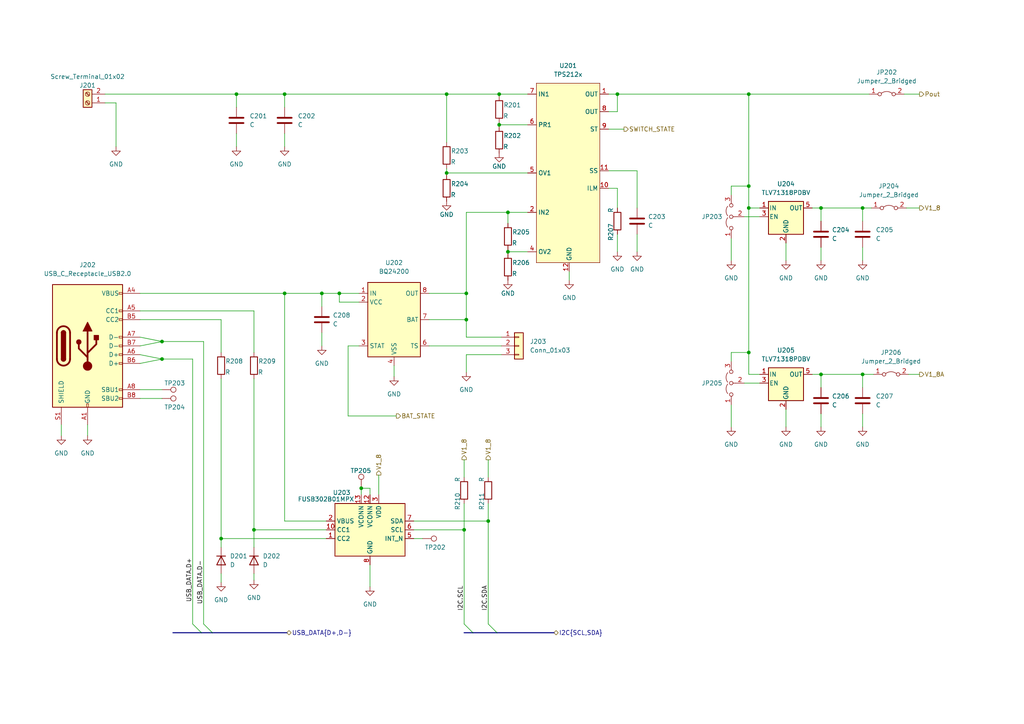
<source format=kicad_sch>
(kicad_sch (version 20211123) (generator eeschema)
  (paper "A4")
  (lib_symbols
    (symbol "Connector:Screw_Terminal_01x02" (pin_names (offset 1.016) hide)
      (property "Reference" "J201" (at 0 -5.08 0))
      (property "Value" "Screw_Terminal_01x02" (at 0 -7.62 0))
      (symbol "Screw_Terminal_01x02_1_1"
        (rectangle (start -1.27 1.27) (end 1.27 -3.81) (stroke (width 0.254)) (fill (type background)))
        (circle (center 0 -2.54) (radius 0.635) (stroke (width 0.1524)))
        (polyline (pts (xy -0.5334 -2.2098) (xy 0.3302 -3.048)) (stroke (width 0.1524)))
        (polyline (pts (xy -0.5334 0.3302) (xy 0.3302 -0.508)) (stroke (width 0.1524)))
        (polyline (pts (xy -0.3556 -2.032) (xy 0.508 -2.8702)) (stroke (width 0.1524)))
        (polyline (pts (xy -0.3556 0.508) (xy 0.508 -0.3302)) (stroke (width 0.1524)))
        (circle (center 0 0) (radius 0.635) (stroke (width 0.1524)))
        (pin power_out line (at -5.08 0 0) (length 3.81) (name "Pin_1") (number "1"))
        (pin power_out line (at -5.08 -2.54 0) (length 3.81) (name "Pin_2") (number "2"))
      )
    )
    (symbol "Connector:TestPoint" (pin_numbers hide) (pin_names (offset 0.762) hide)
      (property "Reference" "TP" (at 0 6.858 0))
      (property "Value" "TestPoint" (at 0 5.08 0))
      (symbol "TestPoint_0_1"
        (circle (center 0 3.302) (radius 0.762))
      )
      (symbol "TestPoint_1_1"
        (pin passive line (at 0 0 90) (length 2.54) (name "1") (number "1"))
      )
    )
    (symbol "Connector:USB_C_Receptacle_USB2.0" (pin_names (offset 1.016))
      (property "Reference" "J202" (at 0 23.495 0))
      (property "Value" "USB_C_Receptacle_USB2.0" (at 0 20.955 0))
      (symbol "USB_C_Receptacle_USB2.0_0_0"
        (rectangle (start -0.254 -17.78) (end 0.254 -16.764))
        (rectangle (start 10.16 -14.986) (end 9.144 -15.494))
        (rectangle (start 10.16 -12.446) (end 9.144 -12.954))
        (rectangle (start 10.16 -4.826) (end 9.144 -5.334))
        (rectangle (start 10.16 -2.286) (end 9.144 -2.794))
        (rectangle (start 10.16 0.254) (end 9.144 -0.254))
        (rectangle (start 10.16 2.794) (end 9.144 2.286))
        (rectangle (start 10.16 7.874) (end 9.144 7.366))
        (rectangle (start 10.16 10.414) (end 9.144 9.906))
        (rectangle (start 10.16 15.494) (end 9.144 14.986))
      )
      (symbol "USB_C_Receptacle_USB2.0_0_1"
        (rectangle (start -10.16 17.78) (end 10.16 -17.78) (stroke (width 0.254)) (fill (type background)))
        (arc (start -8.89 -3.81) (mid -6.985 -5.715) (end -5.08 -3.81) (stroke (width 0.508)))
        (arc (start -7.62 -3.81) (mid -6.985 -4.445) (end -6.35 -3.81) (stroke (width 0.254)))
        (arc (start -7.62 -3.81) (mid -6.985 -4.445) (end -6.35 -3.81) (stroke (width 0.254)) (fill (type outline)))
        (rectangle (start -7.62 -3.81) (end -6.35 3.81) (stroke (width 0.254)) (fill (type outline)))
        (arc (start -6.35 3.81) (mid -6.985 4.445) (end -7.62 3.81) (stroke (width 0.254)))
        (arc (start -6.35 3.81) (mid -6.985 4.445) (end -7.62 3.81) (stroke (width 0.254)) (fill (type outline)))
        (arc (start -5.08 3.81) (mid -6.985 5.715) (end -8.89 3.81) (stroke (width 0.508)))
        (circle (center -2.54 1.143) (radius 0.635) (stroke (width 0.254)) (fill (type outline)))
        (circle (center 0 -5.842) (radius 1.27) (fill (type outline)))
        (polyline (pts (xy -8.89 -3.81) (xy -8.89 3.81)) (stroke (width 0.508)))
        (polyline (pts (xy -5.08 3.81) (xy -5.08 -3.81)) (stroke (width 0.508)))
        (polyline (pts (xy 0 -5.842) (xy 0 4.318)) (stroke (width 0.508)))
        (polyline (pts (xy 0 -3.302) (xy -2.54 -0.762) (xy -2.54 0.508)) (stroke (width 0.508)))
        (polyline (pts (xy 0 -2.032) (xy 2.54 0.508) (xy 2.54 1.778)) (stroke (width 0.508)))
        (polyline (pts (xy -1.27 4.318) (xy 0 6.858) (xy 1.27 4.318) (xy -1.27 4.318)) (stroke (width 0.254)) (fill (type outline)))
        (rectangle (start 1.905 1.778) (end 3.175 3.048) (stroke (width 0.254)) (fill (type outline)))
      )
      (symbol "USB_C_Receptacle_USB2.0_1_1"
        (pin passive line (at 0 -22.86 90) (length 5.08) (name "GND") (number "A1"))
        (pin passive line (at 0 -22.86 90) (length 5.08) hide (name "GND") (number "A12"))
        (pin power_out line (at 15.24 15.24 180) (length 5.08) (name "VBUS") (number "A4"))
        (pin bidirectional line (at 15.24 10.16 180) (length 5.08) (name "CC1") (number "A5"))
        (pin bidirectional line (at 15.24 -2.54 180) (length 5.08) (name "D+") (number "A6"))
        (pin bidirectional line (at 15.24 2.54 180) (length 5.08) (name "D-") (number "A7"))
        (pin bidirectional line (at 15.24 -12.7 180) (length 5.08) (name "SBU1") (number "A8"))
        (pin passive line (at 15.24 15.24 180) (length 5.08) hide (name "VBUS") (number "A9"))
        (pin passive line (at 0 -22.86 90) (length 5.08) hide (name "GND") (number "B1"))
        (pin passive line (at 0 -22.86 90) (length 5.08) hide (name "GND") (number "B12"))
        (pin passive line (at 15.24 15.24 180) (length 5.08) hide (name "VBUS") (number "B4"))
        (pin bidirectional line (at 15.24 7.62 180) (length 5.08) (name "CC2") (number "B5"))
        (pin bidirectional line (at 15.24 -5.08 180) (length 5.08) (name "D+") (number "B6"))
        (pin bidirectional line (at 15.24 0 180) (length 5.08) (name "D-") (number "B7"))
        (pin bidirectional line (at 15.24 -15.24 180) (length 5.08) (name "SBU2") (number "B8"))
        (pin passive line (at 15.24 15.24 180) (length 5.08) hide (name "VBUS") (number "B9"))
        (pin passive line (at -7.62 -22.86 90) (length 5.08) (name "SHIELD") (number "S1"))
      )
    )
    (symbol "Connector_Generic:Conn_01x03" (pin_names (offset 1.016) hide)
      (property "Reference" "J" (at 0 5.08 0))
      (property "Value" "Conn_01x03" (at 0 -5.08 0))
      (symbol "Conn_01x03_1_1"
        (rectangle (start -1.27 -2.413) (end 0 -2.667) (stroke (width 0.1524)))
        (rectangle (start -1.27 0.127) (end 0 -0.127) (stroke (width 0.1524)))
        (rectangle (start -1.27 2.667) (end 0 2.413) (stroke (width 0.1524)))
        (rectangle (start -1.27 3.81) (end 1.27 -3.81) (stroke (width 0.254)) (fill (type background)))
        (pin passive line (at -5.08 2.54 0) (length 3.81) (name "Pin_1") (number "1"))
        (pin passive line (at -5.08 0 0) (length 3.81) (name "Pin_2") (number "2"))
        (pin passive line (at -5.08 -2.54 0) (length 3.81) (name "Pin_3") (number "3"))
      )
    )
    (symbol "Device:C" (pin_numbers hide) (pin_names (offset 0.254))
      (property "Reference" "C" (at 0.635 2.54 0))
      (property "Value" "C" (at 0.635 -2.54 0))
      (symbol "C_0_1"
        (polyline (pts (xy -2.032 -0.762) (xy 2.032 -0.762)) (stroke (width 0.508)))
        (polyline (pts (xy -2.032 0.762) (xy 2.032 0.762)) (stroke (width 0.508)))
      )
      (symbol "C_1_1"
        (pin passive line (at 0 3.81 270) (length 2.794) (name "~") (number "1"))
        (pin passive line (at 0 -3.81 90) (length 2.794) (name "~") (number "2"))
      )
    )
    (symbol "Device:D" (pin_numbers hide) (pin_names (offset 1.016) hide)
      (property "Reference" "D" (at 0 2.54 0))
      (property "Value" "D" (at 0 -2.54 0))
      (symbol "D_0_1"
        (polyline (pts (xy -1.27 1.27) (xy -1.27 -1.27)) (stroke (width 0.254)))
        (polyline (pts (xy 1.27 0) (xy -1.27 0)))
        (polyline (pts (xy 1.27 1.27) (xy 1.27 -1.27) (xy -1.27 0) (xy 1.27 1.27)) (stroke (width 0.254)))
      )
      (symbol "D_1_1"
        (pin passive line (at -3.81 0 0) (length 2.54) (name "K") (number "1"))
        (pin passive line (at 3.81 0 180) (length 2.54) (name "A") (number "2"))
      )
    )
    (symbol "Device:R" (pin_numbers hide) (pin_names (offset 0))
      (property "Reference" "R" (at 2.032 0 90))
      (property "Value" "R" (at 0 0 90))
      (symbol "R_0_1"
        (rectangle (start -1.016 -2.54) (end 1.016 2.54) (stroke (width 0.254)))
      )
      (symbol "R_1_1"
        (pin passive line (at 0 3.81 270) (length 1.27) (name "~") (number "1"))
        (pin passive line (at 0 -3.81 90) (length 1.27) (name "~") (number "2"))
      )
    )
    (symbol "Interface_USB:FUSB302B01MPX"
      (property "Reference" "U" (at -10.16 8.89 0))
      (property "Value" "FUSB302B01MPX" (at 3.81 8.89 0))
      (symbol "FUSB302B01MPX_0_1"
        (rectangle (start -10.16 7.62) (end 10.16 -7.62) (stroke (width 0.254)) (fill (type background)))
      )
      (symbol "FUSB302B01MPX_1_1"
        (pin bidirectional line (at 12.7 -2.54 180) (length 2.54) (name "CC2") (number "1"))
        (pin bidirectional line (at 12.7 0 180) (length 2.54) (name "CC1") (number "10"))
        (pin bidirectional line (at 12.7 0 180) (length 2.54) hide (name "CC1") (number "11"))
        (pin power_in line (at 0 10.16 270) (length 2.54) (name "VCONN") (number "12"))
        (pin power_in line (at 2.54 10.16 270) (length 2.54) (name "VCONN") (number "13"))
        (pin bidirectional line (at 12.7 -2.54 180) (length 2.54) hide (name "CC2") (number "14"))
        (pin passive line (at 0 -10.16 90) (length 2.54) hide (name "GND") (number "15"))
        (pin input line (at 12.7 2.54 180) (length 2.54) (name "VBUS") (number "2"))
        (pin power_in line (at -2.54 10.16 270) (length 2.54) (name "VDD") (number "3"))
        (pin passive line (at -2.54 10.16 270) (length 2.54) hide (name "VDD") (number "4"))
        (pin open_collector line (at -12.7 -2.54 0) (length 2.54) (name "INT_N") (number "5"))
        (pin input line (at -12.7 0 0) (length 2.54) (name "SCL") (number "6"))
        (pin bidirectional line (at -12.7 2.54 0) (length 2.54) (name "SDA") (number "7"))
        (pin power_in line (at 0 -10.16 90) (length 2.54) (name "GND") (number "8"))
        (pin passive line (at 0 -10.16 90) (length 2.54) hide (name "GND") (number "9"))
      )
    )
    (symbol "Jumper:Jumper_2_Bridged" (pin_names (offset 0) hide)
      (property "Reference" "JP206" (at 0 6.35 0))
      (property "Value" "Jumper_2_Bridged" (at 0 3.81 0))
      (symbol "Jumper_2_Bridged_0_0"
        (circle (center -2.032 0) (radius 0.508))
        (circle (center 2.032 0) (radius 0.508))
      )
      (symbol "Jumper_2_Bridged_0_1"
        (arc (start 1.524 0.254) (mid 0 0.762) (end -1.524 0.254))
      )
      (symbol "Jumper_2_Bridged_1_1"
        (pin passive line (at -5.08 0 0) (length 2.54) (name "A") (number "1"))
        (pin power_out line (at 5.08 0 180) (length 2.54) (name "B") (number "2"))
      )
    )
    (symbol "Jumper:Jumper_3_Open" (pin_names (offset 0) hide)
      (property "Reference" "JP" (at -2.54 -2.54 0))
      (property "Value" "Jumper_3_Open" (at 0 2.794 0))
      (symbol "Jumper_3_Open_0_0"
        (circle (center -3.302 0) (radius 0.508))
        (circle (center 0 0) (radius 0.508))
        (circle (center 3.302 0) (radius 0.508))
      )
      (symbol "Jumper_3_Open_0_1"
        (arc (start -0.254 1.016) (mid -1.651 1.4992) (end -3.048 1.016))
        (polyline (pts (xy 0 -0.508) (xy 0 -1.27)))
        (arc (start 3.048 1.016) (mid 1.651 1.4992) (end 0.254 1.016))
      )
      (symbol "Jumper_3_Open_1_1"
        (pin passive line (at -6.35 0 0) (length 2.54) (name "A") (number "1"))
        (pin passive line (at 0 -3.81 90) (length 2.54) (name "C") (number "2"))
        (pin passive line (at 6.35 0 180) (length 2.54) (name "B") (number "3"))
      )
    )
    (symbol "Jumper_2_Bridged_1" (pin_names (offset 0) hide)
      (property "Reference" "JP202" (at 0 6.35 0))
      (property "Value" "Jumper_2_Bridged_1" (at 0 3.81 0))
      (symbol "Jumper_2_Bridged_1_0_0"
        (circle (center -2.032 0) (radius 0.508))
        (circle (center 2.032 0) (radius 0.508))
      )
      (symbol "Jumper_2_Bridged_1_0_1"
        (arc (start 1.524 0.254) (mid 0 0.762) (end -1.524 0.254))
      )
      (symbol "Jumper_2_Bridged_1_1_1"
        (pin passive line (at -5.08 0 0) (length 2.54) (name "A") (number "1"))
        (pin power_out line (at 5.08 0 180) (length 2.54) (name "B") (number "2"))
      )
    )
    (symbol "Jumper_2_Bridged_2" (pin_names (offset 0) hide)
      (property "Reference" "JP204" (at 0 6.35 0))
      (property "Value" "Jumper_2_Bridged_2" (at 0 3.81 0))
      (symbol "Jumper_2_Bridged_2_0_0"
        (circle (center -2.032 0) (radius 0.508))
        (circle (center 2.032 0) (radius 0.508))
      )
      (symbol "Jumper_2_Bridged_2_0_1"
        (arc (start 1.524 0.254) (mid 0 0.762) (end -1.524 0.254))
      )
      (symbol "Jumper_2_Bridged_2_1_1"
        (pin passive line (at -5.08 0 0) (length 2.54) (name "A") (number "1"))
        (pin power_out line (at 5.08 0 180) (length 2.54) (name "B") (number "2"))
      )
    )
    (symbol "Regulator_Linear:TLV71318PDBV" (pin_names (offset 0.254))
      (property "Reference" "U" (at -3.81 5.715 0))
      (property "Value" "TLV71318PDBV" (at 0 5.715 0))
      (symbol "TLV71318PDBV_0_1"
        (rectangle (start -5.08 4.445) (end 5.08 -5.08) (stroke (width 0.254)) (fill (type background)))
      )
      (symbol "TLV71318PDBV_1_1"
        (pin power_in line (at -7.62 2.54 0) (length 2.54) (name "IN") (number "1"))
        (pin power_in line (at 0 -7.62 90) (length 2.54) (name "GND") (number "2"))
        (pin input line (at -7.62 0 0) (length 2.54) (name "EN") (number "3"))
        (pin no_connect line (at 5.08 0 180) (length 2.54) hide (name "NC") (number "4"))
        (pin power_out line (at 7.62 2.54 180) (length 2.54) (name "OUT") (number "5"))
      )
    )
    (symbol "TestPoint_1" (pin_numbers hide) (pin_names (offset 0.762) hide)
      (property "Reference" "TP201" (at -3.175 5.08 0))
      (symbol "TestPoint_1_0_1"
        (circle (center 0 3.302) (radius 0.762))
      )
      (symbol "TestPoint_1_1_1"
        (pin power_out line (at 0 0 90) (length 2.54) (name "1") (number "1"))
      )
    )
    (symbol "lamp_devboard_lib:BQ24200"
      (property "Reference" "U" (at -6.985 12.065 0))
      (property "Value" "BQ24200" (at -3.175 13.97 0))
      (symbol "BQ24200_0_1"
        (rectangle (start -7.62 10.795) (end 7.62 -10.795) (stroke (width 0.254)) (fill (type background)))
      )
      (symbol "BQ24200_1_1"
        (pin power_in line (at -10.16 7.62 0) (length 2.54) (name "IN") (number "1"))
        (pin power_in line (at -10.16 5.08 0) (length 2.54) (name "VCC") (number "2"))
        (pin passive line (at -10.16 -7.62 0) (length 2.54) (name "STAT") (number "3"))
        (pin power_in line (at 0 -13.335 90) (length 2.54) (name "VSS") (number "4"))
        (pin input line (at 10.16 -7.62 180) (length 2.54) (name "TS") (number "6"))
        (pin bidirectional line (at 10.16 0 180) (length 2.54) (name "BAT") (number "7"))
        (pin power_out line (at 10.16 7.62 180) (length 2.54) (name "OUT") (number "8"))
      )
    )
    (symbol "lamp_devboard_lib:TPS212x"
      (property "Reference" "U201" (at -0.3175 20.955 0))
      (property "Value" "TPS212x" (at -0.3175 18.415 0))
      (symbol "TPS212x_0_1"
        (rectangle (start -9.525 15.875) (end 8.89 -36.195) (fill (type background)))
      )
      (symbol "TPS212x_1_1"
        (pin power_out line (at 11.43 12.7 180) (length 2.54) (name "OUT") (number "1"))
        (pin output line (at 11.43 -14.605 180) (length 2.54) (name "ILM") (number "10"))
        (pin output line (at 11.43 -9.525 180) (length 2.54) (name "SS") (number "11"))
        (pin passive line (at 0 -38.735 90) (length 2.54) (name "GND") (number "12"))
        (pin power_in line (at -12.065 -21.59 0) (length 2.54) (name "IN2") (number "2"))
        (pin input line (at -12.065 -33.02 0) (length 2.54) (name "OV2") (number "4"))
        (pin input line (at -12.065 -10.16 0) (length 2.54) (name "OV1") (number "5"))
        (pin input line (at -12.065 3.81 0) (length 2.54) (name "PR1") (number "6"))
        (pin power_in line (at -12.065 12.7 0) (length 2.54) (name "IN1") (number "7"))
        (pin passive line (at 11.43 7.62 180) (length 2.54) (name "OUT") (number "8"))
        (pin output line (at 11.43 2.54 180) (length 2.54) (name "ST") (number "9"))
      )
    )
    (symbol "power:GND" (power) (pin_names (offset 0))
      (property "Value" "GND" (at 0 -3.81 0))
      (symbol "GND_0_1"
        (polyline (pts (xy 0 0) (xy 0 -1.27) (xy 1.27 -1.27) (xy 0 -2.54) (xy -1.27 -1.27) (xy 0 -1.27)))
      )
      (symbol "GND_1_1"
        (pin power_in line (at 0 0 270) (length 0) hide (name "GND") (number "1"))
      )
    )
  )
  (junction (at 135.255 85.09))
  (junction (at 217.17 27.305))
  (junction (at 147.32 61.595))
  (junction (at 217.17 60.325))
  (junction (at 82.55 85.09))
  (junction (at 82.55 27.305))
  (junction (at 250.19 108.585))
  (junction (at 144.78 27.305))
  (junction (at 179.07 27.305))
  (junction (at 238.125 60.325))
  (junction (at 129.54 50.165))
  (junction (at 93.345 85.09))
  (junction (at 129.54 27.305))
  (junction (at 135.255 92.71))
  (junction (at 238.125 108.585))
  (junction (at 46.99 99.06))
  (junction (at 217.17 102.235))
  (junction (at 46.99 104.14))
  (junction (at 144.78 36.195))
  (junction (at 68.58 27.305))
  (junction (at 98.425 85.09))
  (junction (at 73.66 153.67))
  (junction (at 134.62 153.67))
  (junction (at 141.605 151.13))
  (junction (at 217.17 53.975))
  (junction (at 64.135 156.21))
  (junction (at 104.775 141.605))
  (junction (at 147.32 73.025))
  (junction (at 250.19 60.325))
  (bus_entry (at 137.16 183.515) (size -2.54 -2.54))
  (bus_entry (at 58.42 183.515) (size -2.54 -2.54))
  (bus_entry (at 61.595 183.515) (size -2.54 -2.54))
  (bus_entry (at 144.145 183.515) (size -2.54 -2.54))
  (wire (pts (xy 55.88 104.14) (xy 46.99 104.14)))
  (wire (pts (xy 120.015 151.13) (xy 141.605 151.13)))
  (wire (pts (xy 184.785 49.53) (xy 184.785 60.325)))
  (wire (pts (xy 64.135 109.855) (xy 64.135 156.21)))
  (wire (pts (xy 40.64 97.79) (xy 46.99 99.06)))
  (wire (pts (xy 238.125 123.825) (xy 238.125 120.015)))
  (wire (pts (xy 262.89 60.325) (xy 266.7 60.325)))
  (wire (pts (xy 238.125 108.585) (xy 250.19 108.585)))
  (wire (pts (xy 73.66 102.235) (xy 73.66 90.17)))
  (wire (pts (xy 59.055 99.06) (xy 46.99 99.06)))
  (wire (pts (xy 98.425 87.63) (xy 98.425 85.09)))
  (wire (pts (xy 25.4 126.365) (xy 25.4 123.19)))
  (wire (pts (xy 40.64 115.57) (xy 46.99 115.57)))
  (wire (pts (xy 144.78 35.56) (xy 144.78 36.195)))
  (wire (pts (xy 82.55 42.545) (xy 82.55 38.735)))
  (wire (pts (xy 147.32 61.595) (xy 147.32 64.77)))
  (wire (pts (xy 217.17 102.235) (xy 217.17 108.585)))
  (wire (pts (xy 93.345 100.33) (xy 93.345 96.52)))
  (wire (pts (xy 104.775 141.605) (xy 104.775 143.51)))
  (wire (pts (xy 17.78 126.365) (xy 17.78 123.19)))
  (wire (pts (xy 55.88 104.14) (xy 55.88 180.975)))
  (wire (pts (xy 122.555 156.21) (xy 120.015 156.21)))
  (wire (pts (xy 250.19 75.565) (xy 250.19 71.755)))
  (wire (pts (xy 250.19 123.825) (xy 250.19 120.015)))
  (wire (pts (xy 64.135 92.71) (xy 40.64 92.71)))
  (wire (pts (xy 145.415 102.87) (xy 135.255 102.87)))
  (wire (pts (xy 212.09 75.565) (xy 212.09 69.215)))
  (wire (pts (xy 212.09 104.775) (xy 212.09 102.235)))
  (wire (pts (xy 227.965 70.485) (xy 227.965 75.565)))
  (wire (pts (xy 129.54 48.895) (xy 129.54 50.165)))
  (wire (pts (xy 147.32 73.025) (xy 147.32 73.66)))
  (wire (pts (xy 147.32 61.595) (xy 153.035 61.595)))
  (wire (pts (xy 135.255 97.79) (xy 135.255 92.71)))
  (wire (pts (xy 217.17 53.975) (xy 217.17 27.305)))
  (wire (pts (xy 141.605 151.13) (xy 141.605 180.975)))
  (wire (pts (xy 179.07 67.945) (xy 179.07 73.025)))
  (wire (pts (xy 250.19 64.135) (xy 250.19 60.325)))
  (wire (pts (xy 73.66 153.67) (xy 94.615 153.67)))
  (wire (pts (xy 262.255 27.305) (xy 266.7 27.305)))
  (wire (pts (xy 82.55 31.115) (xy 82.55 27.305)))
  (wire (pts (xy 238.125 112.395) (xy 238.125 108.585)))
  (wire (pts (xy 212.09 56.515) (xy 212.09 53.975)))
  (wire (pts (xy 217.17 27.305) (xy 252.095 27.305)))
  (wire (pts (xy 64.135 156.21) (xy 64.135 158.75)))
  (wire (pts (xy 238.125 64.135) (xy 238.125 60.325)))
  (wire (pts (xy 64.135 168.91) (xy 64.135 166.37)))
  (wire (pts (xy 30.48 29.845) (xy 33.655 29.845)))
  (bus (pts (xy 58.42 183.515) (xy 61.595 183.515)))
  (wire (pts (xy 135.255 61.595) (xy 147.32 61.595)))
  (wire (pts (xy 68.58 27.305) (xy 68.58 31.115)))
  (wire (pts (xy 184.785 67.945) (xy 184.785 73.025)))
  (wire (pts (xy 40.64 113.03) (xy 46.99 113.03)))
  (wire (pts (xy 73.66 153.67) (xy 73.66 158.75)))
  (wire (pts (xy 73.66 109.855) (xy 73.66 153.67)))
  (wire (pts (xy 82.55 27.305) (xy 129.54 27.305)))
  (wire (pts (xy 82.55 151.13) (xy 82.55 85.09)))
  (bus (pts (xy 61.595 183.515) (xy 83.185 183.515)))
  (wire (pts (xy 46.99 104.14) (xy 40.64 105.41)))
  (wire (pts (xy 129.54 27.305) (xy 129.54 41.275)))
  (wire (pts (xy 64.135 156.21) (xy 94.615 156.21)))
  (wire (pts (xy 129.54 50.165) (xy 153.035 50.165)))
  (wire (pts (xy 141.605 133.35) (xy 141.605 138.43)))
  (wire (pts (xy 124.46 85.09) (xy 135.255 85.09)))
  (wire (pts (xy 212.09 53.975) (xy 217.17 53.975)))
  (wire (pts (xy 40.64 85.09) (xy 82.55 85.09)))
  (wire (pts (xy 104.14 87.63) (xy 98.425 87.63)))
  (wire (pts (xy 46.99 99.06) (xy 40.64 100.33)))
  (wire (pts (xy 144.78 27.305) (xy 144.78 27.94)))
  (bus (pts (xy 137.16 183.515) (xy 144.145 183.515)))
  (wire (pts (xy 107.315 163.83) (xy 107.315 170.18)))
  (wire (pts (xy 141.605 146.05) (xy 141.605 151.13)))
  (wire (pts (xy 212.09 123.825) (xy 212.09 117.475)))
  (wire (pts (xy 250.19 112.395) (xy 250.19 108.585)))
  (wire (pts (xy 73.66 168.275) (xy 73.66 166.37)))
  (wire (pts (xy 165.1 81.28) (xy 165.1 78.74)))
  (wire (pts (xy 250.19 108.585) (xy 253.365 108.585)))
  (wire (pts (xy 68.58 42.545) (xy 68.58 38.735)))
  (wire (pts (xy 100.965 100.33) (xy 100.965 120.65)))
  (wire (pts (xy 235.585 60.325) (xy 238.125 60.325)))
  (wire (pts (xy 59.055 99.06) (xy 59.055 180.975)))
  (wire (pts (xy 179.07 54.61) (xy 179.07 60.325)))
  (wire (pts (xy 33.655 29.845) (xy 33.655 42.545)))
  (wire (pts (xy 107.315 141.605) (xy 104.775 141.605)))
  (wire (pts (xy 145.415 97.79) (xy 135.255 97.79)))
  (wire (pts (xy 124.46 92.71) (xy 135.255 92.71)))
  (bus (pts (xy 134.62 183.515) (xy 137.16 183.515)))
  (wire (pts (xy 114.3 109.22) (xy 114.3 106.045)))
  (wire (pts (xy 98.425 85.09) (xy 104.14 85.09)))
  (wire (pts (xy 147.32 72.39) (xy 147.32 73.025)))
  (wire (pts (xy 129.54 27.305) (xy 144.78 27.305)))
  (wire (pts (xy 215.9 111.125) (xy 220.345 111.125)))
  (wire (pts (xy 179.07 27.305) (xy 217.17 27.305)))
  (wire (pts (xy 235.585 108.585) (xy 238.125 108.585)))
  (wire (pts (xy 144.78 36.195) (xy 153.035 36.195)))
  (wire (pts (xy 135.255 85.09) (xy 135.255 92.71)))
  (wire (pts (xy 134.62 153.67) (xy 134.62 180.975)))
  (wire (pts (xy 212.09 102.235) (xy 217.17 102.235)))
  (wire (pts (xy 144.78 27.305) (xy 153.035 27.305)))
  (wire (pts (xy 68.58 27.305) (xy 82.55 27.305)))
  (wire (pts (xy 215.9 62.865) (xy 220.345 62.865)))
  (wire (pts (xy 93.345 85.09) (xy 98.425 85.09)))
  (wire (pts (xy 217.17 60.325) (xy 220.345 60.325)))
  (wire (pts (xy 94.615 151.13) (xy 82.55 151.13)))
  (wire (pts (xy 135.255 102.87) (xy 135.255 107.95)))
  (wire (pts (xy 176.53 49.53) (xy 184.785 49.53)))
  (wire (pts (xy 100.965 120.65) (xy 114.935 120.65)))
  (wire (pts (xy 176.53 32.385) (xy 179.07 32.385)))
  (wire (pts (xy 104.14 100.33) (xy 100.965 100.33)))
  (wire (pts (xy 93.345 88.9) (xy 93.345 85.09)))
  (wire (pts (xy 180.975 37.465) (xy 176.53 37.465)))
  (wire (pts (xy 176.53 54.61) (xy 179.07 54.61)))
  (wire (pts (xy 176.53 27.305) (xy 179.07 27.305)))
  (bus (pts (xy 50.165 183.515) (xy 58.42 183.515)))
  (wire (pts (xy 144.78 36.195) (xy 144.78 36.83)))
  (wire (pts (xy 217.17 60.325) (xy 217.17 102.235)))
  (wire (pts (xy 64.135 102.235) (xy 64.135 92.71)))
  (wire (pts (xy 120.015 153.67) (xy 134.62 153.67)))
  (wire (pts (xy 82.55 85.09) (xy 93.345 85.09)))
  (wire (pts (xy 250.19 60.325) (xy 252.73 60.325)))
  (wire (pts (xy 217.17 53.975) (xy 217.17 60.325)))
  (wire (pts (xy 40.64 90.17) (xy 73.66 90.17)))
  (wire (pts (xy 30.48 27.305) (xy 68.58 27.305)))
  (wire (pts (xy 134.62 146.05) (xy 134.62 153.67)))
  (wire (pts (xy 147.32 73.025) (xy 153.035 73.025)))
  (wire (pts (xy 220.345 108.585) (xy 217.17 108.585)))
  (wire (pts (xy 227.965 118.745) (xy 227.965 123.825)))
  (wire (pts (xy 238.125 75.565) (xy 238.125 71.755)))
  (wire (pts (xy 109.855 137.795) (xy 109.855 143.51)))
  (wire (pts (xy 263.525 108.585) (xy 266.7 108.585)))
  (bus (pts (xy 144.145 183.515) (xy 160.655 183.515)))
  (wire (pts (xy 238.125 60.325) (xy 250.19 60.325)))
  (wire (pts (xy 179.07 32.385) (xy 179.07 27.305)))
  (wire (pts (xy 40.64 102.87) (xy 46.99 104.14)))
  (wire (pts (xy 107.315 143.51) (xy 107.315 141.605)))
  (wire (pts (xy 135.255 61.595) (xy 135.255 85.09)))
  (wire (pts (xy 129.54 50.165) (xy 129.54 50.8)))
  (wire (pts (xy 145.415 100.33) (xy 124.46 100.33)))
  (wire (pts (xy 134.62 133.35) (xy 134.62 138.43)))
  (label "I2C.SDA" (at 141.605 177.165 90))
  (label "USB_DATA.D+" (at 55.88 174.625 90))
  (label "USB_DATA.D-" (at 59.055 175.26 90))
  (label "I2C.SCL" (at 134.62 177.165 90))
  (hierarchical_label "V1_8A" (shape output) (at 266.7 108.585 0))
  (hierarchical_label "Pout" (shape output) (at 266.7 27.305 0))
  (hierarchical_label "I2C{SCL,SDA}" (shape bidirectional) (at 160.655 183.515 0))
  (hierarchical_label "V1_8" (shape output) (at 134.62 133.35 90))
  (hierarchical_label "USB_DATA{D+,D-}" (shape bidirectional) (at 83.185 183.515 0))
  (hierarchical_label "BAT_STATE" (shape output) (at 114.935 120.65 0))
  (hierarchical_label "V1_8" (shape output) (at 266.7 60.325 0))
  (hierarchical_label "V1_8" (shape output) (at 109.855 137.795 90))
  (hierarchical_label "V1_8" (shape output) (at 141.605 133.35 90))
  (hierarchical_label "SWITCH_STATE" (shape output) (at 180.975 37.465 0))
  (symbol (lib_id "Device:C") (at 238.125 67.945 0) (unit 1)
    (property "Reference" "C204" (at 241.3 66.6749 0) (effects (justify left)))
    (property "Value" "C" (at 241.3 69.2149 0) (effects (justify left)))
    (property "Footprint" "Capacitor_SMD:C_0603_1608Metric_Pad1.08x0.95mm_HandSolder" (effects hide))
  )
  (symbol (lib_id "Device:C") (at 82.55 34.925 0) (unit 1)
    (property "Reference" "C202" (at 86.36 33.6549 0) (effects (justify left)))
    (property "Value" "C" (at 86.36 36.1949 0) (effects (justify left)))
    (property "Footprint" "Capacitor_SMD:C_2220_5650Metric_Pad1.97x5.40mm_HandSolder" (effects hide))
  )
  (symbol (lib_id "Connector:USB_C_Receptacle_USB2.0") (at 25.4 100.33 0) (unit 1)
    (property "Reference" "J202" (at 25.4 76.835 0))
    (property "Value" "USB_C_Receptacle_USB2.0" (at 25.4 79.375 0))
    (property "Footprint" "Connector_USB:USB_C_Receptacle_Amphenol_12401548E4-2A" (effects hide))
    (property "Datasheet" "https://www.usb.org/sites/default/files/documents/usb_type-c.zip" (effects hide))
  )
  (symbol (lib_name "Jumper_2_Bridged_1") (lib_id "Jumper:Jumper_2_Bridged") (at 257.175 27.305 0) (unit 1)
    (property "Reference" "JP202" (at 257.175 20.955 0))
    (property "Value" "Jumper_2_Bridged" (at 257.175 23.495 0))
    (property "Footprint" "Connector_PinHeader_2.54mm:PinHeader_1x02_P2.54mm_Vertical" (effects hide))
  )
  (symbol (lib_id "Device:R") (at 144.78 40.64 0) (unit 1)
    (property "Reference" "R202" (at 148.59 39.37 0))
    (property "Value" "R" (at 146.685 42.545 0))
    (property "Footprint" "Resistor_SMD:R_0603_1608Metric_Pad0.98x0.95mm_HandSolder" (effects hide))
  )
  (symbol (lib_id "Device:R") (at 144.78 31.75 0) (unit 1)
    (property "Reference" "R201" (at 148.59 30.48 0))
    (property "Value" "R" (at 146.685 33.655 0))
    (property "Footprint" "Resistor_SMD:R_0603_1608Metric_Pad0.98x0.95mm_HandSolder" (effects hide))
  )
  (symbol (lib_id "power:GND") (at 144.78 44.45 0) (unit 1)
    (property "Reference" "#PWR0171" (effects hide))
    (property "Value" "GND" (at 144.78 48.26 0))
  )
  (symbol (lib_id "Device:R") (at 73.66 106.045 0) (unit 1)
    (property "Reference" "R209" (at 77.47 104.775 0))
    (property "Value" "R" (at 75.565 107.95 0))
    (property "Footprint" "Resistor_SMD:R_0603_1608Metric_Pad0.98x0.95mm_HandSolder" (effects hide))
  )
  (symbol (lib_name "Jumper_2_Bridged_2") (lib_id "Jumper:Jumper_2_Bridged") (at 257.81 60.325 0) (unit 1)
    (property "Reference" "JP204" (at 257.81 53.975 0))
    (property "Value" "Jumper_2_Bridged" (at 257.81 56.515 0))
    (property "Footprint" "Connector_PinHeader_2.54mm:PinHeader_1x02_P2.54mm_Vertical" (effects hide))
  )
  (symbol (lib_id "Device:R") (at 129.54 45.085 0) (unit 1)
    (property "Reference" "R203" (at 133.35 43.815 0))
    (property "Value" "R" (at 131.445 46.99 0))
    (property "Footprint" "Resistor_SMD:R_0603_1608Metric_Pad0.98x0.95mm_HandSolder" (effects hide))
  )
  (symbol (lib_id "Jumper:Jumper_3_Open") (at 212.09 111.125 90) (unit 1)
    (property "Reference" "JP205" (at 209.55 111.1249 90) (effects (justify left)))
    (property "Value" "Jumper_3_Open" (effects hide))
    (property "Footprint" "Connector_PinHeader_2.54mm:PinHeader_1x03_P2.54mm_Vertical" (effects hide))
  )
  (symbol (lib_id "power:GND") (at 212.09 123.825 0) (unit 1)
    (property "Reference" "#PWR0112" (effects hide))
    (property "Value" "GND" (at 212.09 128.905 0))
  )
  (symbol (lib_id "power:GND") (at 33.655 42.545 0) (unit 1)
    (property "Reference" "#PWR0107" (effects hide))
    (property "Value" "GND" (at 33.655 47.625 0))
  )
  (symbol (lib_id "power:GND") (at 68.58 42.545 0) (unit 1)
    (property "Reference" "#PWR0106" (effects hide))
    (property "Value" "GND" (at 68.58 47.625 0))
  )
  (symbol (lib_id "Device:R") (at 147.32 77.47 0) (unit 1)
    (property "Reference" "R206" (at 151.13 76.2 0))
    (property "Value" "R" (at 149.225 79.375 0))
    (property "Footprint" "Resistor_SMD:R_0603_1608Metric_Pad0.98x0.95mm_HandSolder" (effects hide))
  )
  (symbol (lib_id "power:GND") (at 129.54 58.42 0) (unit 1)
    (property "Reference" "#PWR0172" (effects hide))
    (property "Value" "GND" (at 129.54 62.23 0))
  )
  (symbol (lib_id "Jumper:Jumper_2_Bridged") (at 258.445 108.585 0) (unit 1)
    (property "Reference" "JP206" (at 258.445 102.235 0))
    (property "Value" "Jumper_2_Bridged" (at 258.445 104.775 0))
    (property "Footprint" "Connector_PinHeader_2.54mm:PinHeader_1x02_P2.54mm_Vertical" (effects hide))
  )
  (symbol (lib_name "TestPoint_1") (lib_id "Connector:TestPoint") (at 104.775 141.605 0) (unit 1)
    (property "Reference" "TP205" (at 101.6 136.525 0) (effects (justify left)))
    (property "Value" "TestPoint" (effects hide))
    (property "Footprint" "TestPoint:TestPoint_Pad_1.0x1.0mm" (effects hide))
  )
  (symbol (lib_id "power:GND") (at 135.255 107.95 0) (unit 1)
    (property "Reference" "#PWR0177" (effects hide))
    (property "Value" "GND" (at 135.255 113.03 0))
  )
  (symbol (lib_id "Device:C") (at 250.19 67.945 0) (unit 1)
    (property "Reference" "C205" (at 254 66.6749 0) (effects (justify left)))
    (property "Value" "C" (at 254 69.2149 0) (effects (justify left)))
    (property "Footprint" "Capacitor_SMD:C_1206_3216Metric_Pad1.33x1.80mm_HandSolder" (effects hide))
  )
  (symbol (lib_id "power:GND") (at 107.315 170.18 0) (unit 1)
    (property "Reference" "#PWR0120" (effects hide))
    (property "Value" "GND" (at 107.315 175.26 0))
  )
  (symbol (lib_id "power:GND") (at 212.09 75.565 0) (unit 1)
    (property "Reference" "#PWR0108" (effects hide))
    (property "Value" "GND" (at 212.09 80.645 0))
  )
  (symbol (lib_id "lamp_devboard_lib:TPS212x") (at 165.1 40.005 0) (unit 1)
    (property "Reference" "U201" (at 164.7825 19.05 0))
    (property "Value" "TPS212x" (at 164.7825 21.59 0))
    (property "Footprint" "lamp_devboard_lib:VQFN-HR" (effects hide))
  )
  (symbol (lib_id "power:GND") (at 73.66 168.275 0) (unit 1)
    (property "Reference" "#PWR0115" (effects hide))
    (property "Value" "GND" (at 73.66 173.355 0))
  )
  (symbol (lib_id "Connector_Generic:Conn_01x03") (at 150.495 100.33 0) (unit 1)
    (property "Reference" "J203" (at 153.67 99.0599 0) (effects (justify left)))
    (property "Value" "Conn_01x03" (at 153.67 101.5999 0) (effects (justify left)))
    (property "Footprint" "Connector_Molex:Molex_KK-254_AE-6410-03A_1x03_P2.54mm_Vertical" (effects hide))
  )
  (symbol (lib_id "Regulator_Linear:TLV71318PDBV") (at 227.965 111.125 0) (unit 1)
    (property "Reference" "U205" (at 227.965 101.6 0))
    (property "Value" "TLV71318PDBV" (at 227.965 104.14 0))
    (property "Footprint" "Package_TO_SOT_SMD:SOT-23-5" (effects hide))
    (property "Datasheet" "http://www.ti.com/lit/ds/symlink/tlv713p.pdf" (effects hide))
  )
  (symbol (lib_id "power:GND") (at 227.965 123.825 0) (unit 1)
    (property "Reference" "#PWR0110" (effects hide))
    (property "Value" "GND" (at 227.965 128.905 0))
  )
  (symbol (lib_id "power:GND") (at 250.19 123.825 0) (unit 1)
    (property "Reference" "#PWR0109" (effects hide))
    (property "Value" "GND" (at 250.19 128.905 0))
  )
  (symbol (lib_id "Device:D") (at 73.66 162.56 270) (unit 1)
    (property "Reference" "D202" (at 76.2 161.2899 90) (effects (justify left)))
    (property "Value" "D" (at 76.2 163.8299 90) (effects (justify left)))
    (property "Footprint" "Diode_SMD:D_0603_1608Metric_Pad1.05x0.95mm_HandSolder" (effects hide))
  )
  (symbol (lib_id "Device:R") (at 179.07 64.135 180) (unit 1)
    (property "Reference" "R207" (at 177.165 67.31 90))
    (property "Value" "R" (at 177.165 60.96 90))
    (property "Footprint" "Resistor_SMD:R_0603_1608Metric_Pad0.98x0.95mm_HandSolder" (effects hide))
  )
  (symbol (lib_id "Jumper:Jumper_3_Open") (at 212.09 62.865 90) (unit 1)
    (property "Reference" "JP203" (at 209.55 62.8649 90) (effects (justify left)))
    (property "Value" "Jumper_3_Open" (effects hide))
    (property "Footprint" "Connector_PinHeader_2.54mm:PinHeader_1x03_P2.54mm_Vertical" (effects hide))
  )
  (symbol (lib_id "power:GND") (at 238.125 75.565 0) (unit 1)
    (property "Reference" "#PWR0118" (effects hide))
    (property "Value" "GND" (at 238.125 80.645 0))
  )
  (symbol (lib_id "power:GND") (at 227.965 75.565 0) (unit 1)
    (property "Reference" "#PWR0117" (effects hide))
    (property "Value" "GND" (at 227.965 80.645 0))
  )
  (symbol (lib_id "Connector:Screw_Terminal_01x02") (at 25.4 29.845 180) (unit 1)
    (property "Reference" "J201" (at 25.4 24.765 0))
    (property "Value" "Screw_Terminal_01x02" (at 25.4 22.225 0))
    (property "Footprint" "TerminalBlock:TerminalBlock_bornier-2_P5.08mm" (effects hide))
  )
  (symbol (lib_id "Connector:TestPoint") (at 46.99 113.03 270) (unit 1)
    (property "Reference" "TP203" (at 47.625 111.125 90) (effects (justify left)))
    (property "Value" "TestPoint" (effects hide))
    (property "Footprint" "TestPoint:TestPoint_Pad_1.0x1.0mm" (effects hide))
  )
  (symbol (lib_id "Device:R") (at 147.32 68.58 0) (unit 1)
    (property "Reference" "R205" (at 151.13 67.31 0))
    (property "Value" "R" (at 149.225 70.485 0))
    (property "Footprint" "Resistor_SMD:R_0603_1608Metric_Pad0.98x0.95mm_HandSolder" (effects hide))
  )
  (symbol (lib_id "Device:R") (at 129.54 54.61 0) (unit 1)
    (property "Reference" "R204" (at 133.35 53.34 0))
    (property "Value" "R" (at 131.445 56.515 0))
    (property "Footprint" "Resistor_SMD:R_0603_1608Metric_Pad0.98x0.95mm_HandSolder" (effects hide))
  )
  (symbol (lib_id "Device:C") (at 250.19 116.205 0) (unit 1)
    (property "Reference" "C207" (at 254 114.9349 0) (effects (justify left)))
    (property "Value" "C" (at 254 117.4749 0) (effects (justify left)))
    (property "Footprint" "Capacitor_SMD:C_1206_3216Metric_Pad1.33x1.80mm_HandSolder" (effects hide))
  )
  (symbol (lib_id "power:GND") (at 93.345 100.33 0) (unit 1)
    (property "Reference" "#PWR0178" (effects hide))
    (property "Value" "GND" (at 93.345 105.41 0))
  )
  (symbol (lib_id "Device:C") (at 68.58 34.925 0) (unit 1)
    (property "Reference" "C201" (at 72.39 33.6549 0) (effects (justify left)))
    (property "Value" "C" (at 72.39 36.1949 0) (effects (justify left)))
    (property "Footprint" "Capacitor_SMD:C_0603_1608Metric_Pad1.08x0.95mm_HandSolder" (effects hide))
  )
  (symbol (lib_id "Device:R") (at 134.62 142.24 180) (unit 1)
    (property "Reference" "R210" (at 132.715 145.415 90))
    (property "Value" "R" (at 132.715 139.065 90))
    (property "Footprint" "Resistor_SMD:R_0603_1608Metric_Pad0.98x0.95mm_HandSolder" (effects hide))
  )
  (symbol (lib_id "Connector:TestPoint") (at 122.555 156.21 270) (unit 1)
    (property "Reference" "TP202" (at 123.19 158.75 90) (effects (justify left)))
    (property "Value" "TestPoint" (effects hide))
    (property "Footprint" "TestPoint:TestPoint_Pad_1.0x1.0mm" (effects hide))
  )
  (symbol (lib_id "Regulator_Linear:TLV71318PDBV") (at 227.965 62.865 0) (unit 1)
    (property "Reference" "U204" (at 227.965 53.34 0))
    (property "Value" "TLV71318PDBV" (at 227.965 55.88 0))
    (property "Footprint" "Package_TO_SOT_SMD:SOT-23-5" (effects hide))
    (property "Datasheet" "http://www.ti.com/lit/ds/symlink/tlv713p.pdf" (effects hide))
  )
  (symbol (lib_id "power:GND") (at 179.07 73.025 0) (unit 1)
    (property "Reference" "#PWR0176" (effects hide))
    (property "Value" "GND" (at 179.07 78.105 0))
  )
  (symbol (lib_id "power:GND") (at 114.3 109.22 0) (unit 1)
    (property "Reference" "#PWR0179" (effects hide))
    (property "Value" "GND" (at 114.3 114.3 0))
  )
  (symbol (lib_id "power:GND") (at 165.1 81.28 0) (unit 1)
    (property "Reference" "#PWR0174" (effects hide))
    (property "Value" "GND" (at 165.1 86.36 0))
  )
  (symbol (lib_id "Device:C") (at 93.345 92.71 0) (unit 1)
    (property "Reference" "C208" (at 96.52 91.4399 0) (effects (justify left)))
    (property "Value" "C" (at 96.52 93.9799 0) (effects (justify left)))
    (property "Footprint" "Capacitor_SMD:C_2220_5650Metric_Pad1.97x5.40mm_HandSolder" (effects hide))
  )
  (symbol (lib_id "lamp_devboard_lib:BQ24200") (at 114.3 92.71 0) (unit 1)
    (property "Reference" "U202" (at 114.3 76.2 0))
    (property "Value" "BQ24200" (at 114.3 78.74 0))
    (property "Footprint" "Package_SO:HVSSOP-10-1EP_3x3mm_P0.5mm_EP1.57x1.88mm_ThermalVias" (effects hide))
  )
  (symbol (lib_id "power:GND") (at 17.78 126.365 0) (unit 1)
    (property "Reference" "#PWR0113" (effects hide))
    (property "Value" "GND" (at 17.78 131.445 0))
  )
  (symbol (lib_id "Device:D") (at 64.135 162.56 270) (unit 1)
    (property "Reference" "D201" (at 66.675 161.2899 90) (effects (justify left)))
    (property "Value" "D" (at 66.675 163.8299 90) (effects (justify left)))
    (property "Footprint" "Diode_SMD:D_0603_1608Metric_Pad1.05x0.95mm_HandSolder" (effects hide))
  )
  (symbol (lib_id "power:GND") (at 64.135 168.91 0) (unit 1)
    (property "Reference" "#PWR0116" (effects hide))
    (property "Value" "GND" (at 64.135 173.99 0))
  )
  (symbol (lib_id "Interface_USB:FUSB302B01MPX") (at 107.315 153.67 0) (mirror y) (unit 1)
    (property "Reference" "U203" (at 96.52 142.875 0) (effects (justify right)))
    (property "Value" "FUSB302B01MPX" (at 86.36 144.78 0) (effects (justify right)))
    (property "Footprint" "Package_DFN_QFN:WQFN-14-1EP_2.5x2.5mm_P0.5mm_EP1.45x1.45mm" (effects hide))
    (property "Datasheet" "http://www.onsemi.com/pub/Collateral/FUSB302B-D.PDF" (effects hide))
  )
  (symbol (lib_id "Device:R") (at 64.135 106.045 0) (unit 1)
    (property "Reference" "R208" (at 67.945 104.775 0))
    (property "Value" "R" (at 66.04 107.95 0))
    (property "Footprint" "Resistor_SMD:R_0603_1608Metric_Pad0.98x0.95mm_HandSolder" (effects hide))
  )
  (symbol (lib_id "power:GND") (at 82.55 42.545 0) (unit 1)
    (property "Reference" "#PWR0105" (effects hide))
    (property "Value" "GND" (at 82.55 47.625 0))
  )
  (symbol (lib_id "Device:R") (at 141.605 142.24 180) (unit 1)
    (property "Reference" "R211" (at 139.7 145.415 90))
    (property "Value" "R" (at 139.7 139.065 90))
    (property "Footprint" "Resistor_SMD:R_0603_1608Metric_Pad0.98x0.95mm_HandSolder" (effects hide))
  )
  (symbol (lib_id "Device:C") (at 184.785 64.135 0) (unit 1)
    (property "Reference" "C203" (at 187.96 62.8649 0) (effects (justify left)))
    (property "Value" "C" (at 187.96 65.4049 0) (effects (justify left)))
    (property "Footprint" "Capacitor_SMD:C_0603_1608Metric_Pad1.08x0.95mm_HandSolder" (effects hide))
  )
  (symbol (lib_id "power:GND") (at 147.32 81.28 0) (unit 1)
    (property "Reference" "#PWR0173" (effects hide))
    (property "Value" "GND" (at 147.32 85.09 0))
  )
  (symbol (lib_id "power:GND") (at 25.4 126.365 0) (unit 1)
    (property "Reference" "#PWR0114" (effects hide))
    (property "Value" "GND" (at 25.4 131.445 0))
  )
  (symbol (lib_id "Device:C") (at 238.125 116.205 0) (unit 1)
    (property "Reference" "C206" (at 241.3 114.9349 0) (effects (justify left)))
    (property "Value" "C" (at 241.3 117.4749 0) (effects (justify left)))
    (property "Footprint" "Capacitor_SMD:C_0603_1608Metric_Pad1.08x0.95mm_HandSolder" (effects hide))
  )
  (symbol (lib_id "power:GND") (at 184.785 73.025 0) (unit 1)
    (property "Reference" "#PWR0175" (effects hide))
    (property "Value" "GND" (at 184.785 78.105 0))
  )
  (symbol (lib_id "power:GND") (at 250.19 75.565 0) (unit 1)
    (property "Reference" "#PWR0119" (effects hide))
    (property "Value" "GND" (at 250.19 80.645 0))
  )
  (symbol (lib_id "power:GND") (at 238.125 123.825 0) (unit 1)
    (property "Reference" "#PWR0111" (effects hide))
    (property "Value" "GND" (at 238.125 128.905 0))
  )
  (symbol (lib_id "Connector:TestPoint") (at 46.99 115.57 270) (unit 1)
    (property "Reference" "TP204" (at 47.625 118.11 90) (effects (justify left)))
    (property "Value" "TestPoint" (effects hide))
    (property "Footprint" "TestPoint:TestPoint_Pad_1.0x1.0mm" (effects hide))
  )
)
</source>
